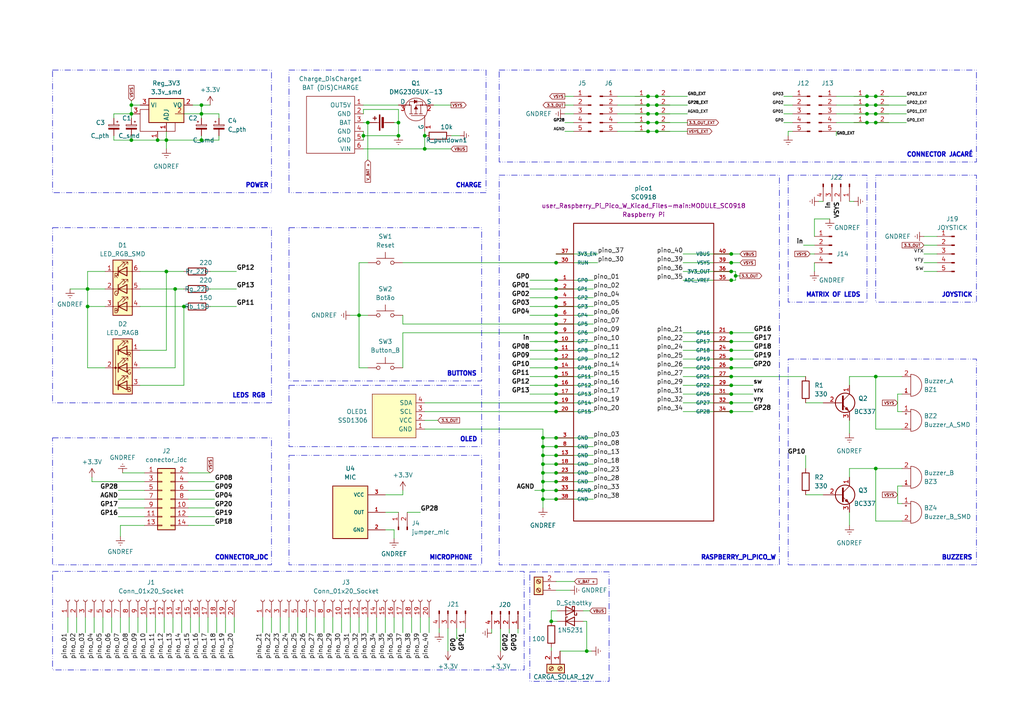
<source format=kicad_sch>
(kicad_sch (version 20231120) (generator "eeschema") (generator_version "8.0")
  (paper "A4")
  (title_block (title "BitDogLab_5.4") (date "2024-04-01") (company "Escola 4.0"))
  (junction (at 170.18 188.849))
  (junction (at 161.29 111.76))
  (junction (at 161.29 99.06))
  (junction (at 161.29 116.84))
  (junction (at 161.29 109.22))
  (junction (at 106.68 35.56))
  (junction (at 161.29 104.14))
  (junction (at 161.29 134.62))
  (junction (at 212.09 109.22))
  (junction (at 161.29 132.08))
  (junction (at 58.42 33.02))
  (junction (at 161.29 129.54))
  (junction (at 161.29 137.16))
  (junction (at 254 35.56))
  (junction (at 104.14 91.44))
  (junction (at 53.34 88.9))
  (junction (at 212.09 116.84))
  (junction (at 157.48 132.08))
  (junction (at 251.46 30.48))
  (junction (at 161.29 119.38))
  (junction (at 161.29 88.9))
  (junction (at 190.5 30.48))
  (junction (at 212.09 104.14))
  (junction (at 212.09 101.6))
  (junction (at 212.09 119.38))
  (junction (at 161.29 96.52))
  (junction (at 212.09 96.52))
  (junction (at 159.893 180.213))
  (junction (at 157.48 127))
  (junction (at 38.1 33.02))
  (junction (at 212.09 76.2))
  (junction (at 157.48 129.54))
  (junction (at 161.29 86.36))
  (junction (at 254 30.48))
  (junction (at 254 33.02))
  (junction (at 161.29 114.3))
  (junction (at 190.5 35.56))
  (junction (at 161.29 139.7))
  (junction (at 212.09 81.28))
  (junction (at 161.29 106.68))
  (junction (at 187.96 38.1))
  (junction (at 254 27.94))
  (junction (at 187.96 33.02))
  (junction (at 212.09 111.76))
  (junction (at 187.96 35.56))
  (junction (at 161.29 76.2))
  (junction (at 251.46 27.94))
  (junction (at 38.1 30.48))
  (junction (at 157.48 137.16))
  (junction (at 212.09 78.74))
  (junction (at 157.48 134.62))
  (junction (at 157.48 144.78))
  (junction (at 157.48 142.24))
  (junction (at 254 109.22))
  (junction (at 123.19 43.18))
  (junction (at 212.09 73.66))
  (junction (at 251.46 35.56))
  (junction (at 187.96 27.94))
  (junction (at 161.29 81.28))
  (junction (at 213.36 80.01))
  (junction (at 50.8 83.82))
  (junction (at 254 135.89))
  (junction (at 38.1 40.64))
  (junction (at 105.41 39.37))
  (junction (at 25.4 83.82))
  (junction (at 123.19 39.37))
  (junction (at 212.09 114.3))
  (junction (at 157.48 139.7))
  (junction (at 161.29 142.24))
  (junction (at 161.29 101.6))
  (junction (at 187.96 30.48))
  (junction (at 25.4 88.9))
  (junction (at 161.29 83.82))
  (junction (at 161.29 127))
  (junction (at 212.09 106.68))
  (junction (at 251.46 33.02))
  (junction (at 48.26 78.74))
  (junction (at 190.5 38.1))
  (junction (at 45.72 40.64))
  (junction (at 161.29 91.44))
  (junction (at 190.5 33.02))
  (junction (at 161.29 144.78))
  (junction (at 161.29 93.98))
  (junction (at 115.57 39.37))
  (junction (at 115.57 35.56))
  (junction (at 212.09 99.06))
  (junction (at 58.42 30.48))
  (junction (at 190.5 27.94))
  (junction (at 48.26 40.64))
  (junction (at 58.42 40.64))
  (wire (pts (xy 118.11 148.59) (xy 121.92 148.59)))
  (wire (pts (xy 254 109.22) (xy 261.62 109.22)))
  (wire (pts (xy 260.35 146.05) (xy 261.62 146.05)))
  (wire (pts (xy 161.29 76.2) (xy 173.355 76.2)))
  (wire (pts (xy 125.73 30.48) (xy 130.81 30.48)))
  (wire (pts (xy 260.35 119.38) (xy 261.62 119.38)))
  (wire (pts (xy 254 135.89) (xy 254 151.13)))
  (wire (pts (xy 116.84 179.07) (xy 116.84 183.515)))
  (wire (pts (xy 179.07 35.56) (xy 187.96 35.56)))
  (wire (pts (xy 212.09 96.52) (xy 218.567 96.52)))
  (wire (pts (xy 159.893 180.213) (xy 161.544 180.213)))
  (wire (pts (xy 198.12 111.76) (xy 212.09 111.76)))
  (wire (pts (xy 157.48 132.08) (xy 157.48 134.62)))
  (wire (pts (xy 153.67 111.76) (xy 161.29 111.76)))
  (wire (pts (xy 53.34 33.02) (xy 58.42 33.02)))
  (wire (pts (xy 179.07 33.02) (xy 187.96 33.02)))
  (wire (pts (xy 67.945 179.07) (xy 67.945 183.515)))
  (wire (pts (xy 198.12 104.14) (xy 212.09 104.14)))
  (wire (pts (xy 161.29 81.28) (xy 172.085 81.28)))
  (wire (pts (xy 242.57 35.56) (xy 251.46 35.56)))
  (wire (pts (xy 58.42 40.64) (xy 48.26 40.64)))
  (wire (pts (xy 111.76 153.67) (xy 114.3 153.67)))
  (wire (pts (xy 153.67 91.44) (xy 161.29 91.44)))
  (wire (pts (xy 153.67 99.06) (xy 161.29 99.06)))
  (wire (pts (xy 25.4 106.68) (xy 25.4 88.9)))
  (wire (pts (xy 105.41 38.1) (xy 105.41 39.37)))
  (wire (pts (xy 19.685 179.07) (xy 19.685 183.515)))
  (wire (pts (xy 169.164 177.165) (xy 171.069 177.165)))
  (wire (pts (xy 99.06 179.07) (xy 99.06 183.515)))
  (wire (pts (xy 123.19 121.92) (xy 127 121.92)))
  (wire (pts (xy 34.29 142.24) (xy 41.91 142.24)))
  (wire (pts (xy 27.305 179.07) (xy 27.305 183.515)))
  (wire (pts (xy 78.74 179.07) (xy 78.74 183.515)))
  (wire (pts (xy 38.1 30.48) (xy 38.1 33.02)))
  (wire (pts (xy 37.465 179.07) (xy 37.465 183.515)))
  (wire (pts (xy 233.68 143.51) (xy 238.76 143.51)))
  (wire (pts (xy 119.38 179.07) (xy 119.38 183.515)))
  (wire (pts (xy 29.845 179.07) (xy 29.845 183.515)))
  (wire (pts (xy 109.22 179.07) (xy 109.22 183.515)))
  (wire (pts (xy 25.4 83.82) (xy 30.48 83.82)))
  (wire (pts (xy 116.84 143.51) (xy 111.76 143.51)))
  (wire (pts (xy 105.41 39.37) (xy 115.57 39.37)))
  (wire (pts (xy 187.96 35.56) (xy 190.5 35.56)))
  (wire (pts (xy 271.78 73.66) (xy 267.97 73.66)))
  (wire (pts (xy 161.29 88.9) (xy 172.085 88.9)))
  (wire (pts (xy 190.5 27.94) (xy 199.39 27.94)))
  (wire (pts (xy 234.95 73.66) (xy 236.22 73.66)))
  (wire (pts (xy 233.68 132.08) (xy 233.68 135.89)))
  (wire (pts (xy 63.5 39.37) (xy 63.5 40.64)))
  (wire (pts (xy 153.67 114.3) (xy 161.29 114.3)))
  (wire (pts (xy 26.67 139.7) (xy 26.67 138.43)))
  (wire (pts (xy 104.14 76.2) (xy 104.14 91.44)))
  (wire (pts (xy 33.02 33.02) (xy 38.1 33.02)))
  (wire (pts (xy 157.48 129.54) (xy 157.48 132.08)))
  (wire (pts (xy 161.544 177.165) (xy 159.893 177.165)))
  (wire (pts (xy 76.2 179.07) (xy 76.2 183.515)))
  (wire (pts (xy 123.19 38.1) (xy 123.19 39.37)))
  (wire (pts (xy 161.29 129.54) (xy 157.48 129.54)))
  (wire (pts (xy 132.461 185.293) (xy 132.461 182.245)))
  (wire (pts (xy 161.29 101.6) (xy 172.085 101.6)))
  (wire (pts (xy 190.5 35.56) (xy 199.39 35.56)))
  (wire (pts (xy 101.6 91.44) (xy 104.14 91.44)))
  (wire (pts (xy 169.164 180.213) (xy 170.18 180.213)))
  (wire (pts (xy 157.48 124.46) (xy 157.48 127)))
  (wire (pts (xy 105.41 31.75) (xy 105.41 33.02)))
  (wire (pts (xy 161.29 144.78) (xy 172.085 144.78)))
  (wire (pts (xy 161.29 134.62) (xy 172.085 134.62)))
  (wire (pts (xy 54.61 147.32) (xy 62.23 147.32)))
  (wire (pts (xy 145.161 188.849) (xy 145.161 182.372)))
  (wire (pts (xy 161.29 132.08) (xy 157.48 132.08)))
  (wire (pts (xy 246.38 148.59) (xy 246.38 152.4)))
  (wire (pts (xy 50.165 179.07) (xy 50.165 183.515)))
  (wire (pts (xy 157.48 139.7) (xy 157.48 142.24)))
  (wire (pts (xy 150.241 183.642) (xy 150.241 182.372)))
  (wire (pts (xy 163.83 30.48) (xy 166.37 30.48)))
  (wire (pts (xy 52.705 179.07) (xy 52.705 183.515)))
  (wire (pts (xy 163.83 35.56) (xy 166.37 35.56)))
  (wire (pts (xy 162.433 188.849) (xy 170.18 188.849)))
  (wire (pts (xy 242.57 38.1) (xy 242.57 39.37)))
  (wire (pts (xy 116.84 142.24) (xy 116.84 143.51)))
  (wire (pts (xy 101.6 179.07) (xy 101.6 183.515)))
  (wire (pts (xy 161.29 137.16) (xy 157.48 137.16)))
  (wire (pts (xy 227.33 30.48) (xy 229.87 30.48)))
  (wire (pts (xy 40.64 78.74) (xy 48.26 78.74)))
  (wire (pts (xy 50.8 83.82) (xy 53.34 83.82)))
  (wire (pts (xy 30.48 78.74) (xy 25.4 78.74)))
  (wire (pts (xy 213.36 80.01) (xy 214.63 80.01)))
  (wire (pts (xy 114.3 179.07) (xy 114.3 183.515)))
  (wire (pts (xy 123.19 43.18) (xy 105.41 43.18)))
  (wire (pts (xy 251.46 27.94) (xy 254 27.94)))
  (wire (pts (xy 153.67 109.22) (xy 161.29 109.22)))
  (wire (pts (xy 24.765 179.07) (xy 24.765 183.515)))
  (wire (pts (xy 187.96 27.94) (xy 190.5 27.94)))
  (wire (pts (xy 227.33 33.02) (xy 229.87 33.02)))
  (wire (pts (xy 22.225 179.07) (xy 22.225 183.515)))
  (wire (pts (xy 161.29 127) (xy 172.085 127)))
  (wire (pts (xy 88.9 179.07) (xy 88.9 183.515)))
  (wire (pts (xy 271.78 68.58) (xy 267.97 68.58)))
  (wire (pts (xy 153.67 104.14) (xy 161.29 104.14)))
  (wire (pts (xy 161.29 106.68) (xy 172.085 106.68)))
  (wire (pts (xy 198.12 73.66) (xy 212.09 73.66)))
  (wire (pts (xy 132.588 184.912) (xy 132.588 185.293)))
  (wire (pts (xy 38.1 39.37) (xy 38.1 40.64)))
  (wire (pts (xy 198.12 114.3) (xy 212.09 114.3)))
  (wire (pts (xy 121.92 179.07) (xy 121.92 183.515)))
  (wire (pts (xy 163.83 38.1) (xy 166.37 38.1)))
  (wire (pts (xy 157.48 144.78) (xy 161.29 144.78)))
  (wire (pts (xy 212.09 101.6) (xy 218.567 101.6)))
  (wire (pts (xy 123.19 116.84) (xy 161.29 116.84)))
  (wire (pts (xy 233.045 71.12) (xy 236.22 71.12)))
  (wire (pts (xy 153.67 88.9) (xy 161.29 88.9)))
  (wire (pts (xy 228.6 38.1) (xy 229.87 38.1)))
  (wire (pts (xy 33.02 39.37) (xy 33.02 40.64)))
  (wire (pts (xy 242.57 33.02) (xy 251.46 33.02)))
  (wire (pts (xy 198.12 96.52) (xy 212.09 96.52)))
  (wire (pts (xy 212.09 73.66) (xy 214.63 73.66)))
  (wire (pts (xy 48.26 78.74) (xy 53.34 78.74)))
  (wire (pts (xy 40.64 83.82) (xy 50.8 83.82)))
  (wire (pts (xy 54.61 149.86) (xy 62.23 149.86)))
  (wire (pts (xy 213.36 81.28) (xy 213.36 80.01)))
  (wire (pts (xy 40.64 101.6) (xy 48.26 101.6)))
  (wire (pts (xy 246.38 121.92) (xy 246.38 125.73)))
  (wire (pts (xy 246.38 111.76) (xy 246.38 109.22)))
  (wire (pts (xy 246.38 135.89) (xy 254 135.89)))
  (wire (pts (xy 251.46 33.02) (xy 254 33.02)))
  (wire (pts (xy 40.64 111.76) (xy 53.34 111.76)))
  (wire (pts (xy 38.1 34.29) (xy 38.1 33.02)))
  (wire (pts (xy 161.29 111.76) (xy 172.085 111.76)))
  (wire (pts (xy 254 135.89) (xy 261.62 135.89)))
  (wire (pts (xy 212.09 119.38) (xy 218.44 119.38)))
  (wire (pts (xy 198.12 81.28) (xy 212.09 81.28)))
  (wire (pts (xy 198.12 101.6) (xy 212.09 101.6)))
  (wire (pts (xy 105.41 39.37) (xy 105.41 40.64)))
  (wire (pts (xy 163.83 33.02) (xy 166.37 33.02)))
  (wire (pts (xy 170.18 180.213) (xy 170.18 188.849)))
  (wire (pts (xy 63.5 33.02) (xy 58.42 33.02)))
  (wire (pts (xy 161.29 99.06) (xy 172.085 99.06)))
  (wire (pts (xy 161.29 137.16) (xy 172.085 137.16)))
  (wire (pts (xy 96.52 179.07) (xy 96.52 183.515)))
  (wire (pts (xy 157.48 134.62) (xy 157.48 137.16)))
  (wire (pts (xy 161.29 132.08) (xy 172.085 132.08)))
  (wire (pts (xy 159.893 187.833) (xy 159.893 188.849)))
  (wire (pts (xy 30.48 88.9) (xy 25.4 88.9)))
  (wire (pts (xy 127.381 183.515) (xy 127.381 182.245)))
  (wire (pts (xy 50.8 83.82) (xy 50.8 106.68)))
  (wire (pts (xy 198.12 78.74) (xy 212.09 78.74)))
  (wire (pts (xy 179.07 30.48) (xy 187.96 30.48)))
  (wire (pts (xy 227.33 27.94) (xy 229.87 27.94)))
  (wire (pts (xy 261.62 114.3) (xy 260.35 114.3)))
  (wire (pts (xy 93.98 179.07) (xy 93.98 183.515)))
  (wire (pts (xy 161.29 73.66) (xy 173.355 73.66)))
  (wire (pts (xy 260.35 140.97) (xy 260.35 146.05)))
  (wire (pts (xy 55.245 179.07) (xy 55.245 183.515)))
  (wire (pts (xy 25.4 88.9) (xy 25.4 83.82)))
  (wire (pts (xy 157.48 142.24) (xy 157.48 144.78)))
  (wire (pts (xy 198.12 106.68) (xy 212.09 106.68)))
  (wire (pts (xy 161.29 119.38) (xy 172.085 119.38)))
  (wire (pts (xy 163.83 27.94) (xy 166.37 27.94)))
  (wire (pts (xy 34.925 179.07) (xy 34.925 183.515)))
  (wire (pts (xy 106.68 179.07) (xy 106.68 183.515)))
  (wire (pts (xy 58.42 34.29) (xy 58.42 33.02)))
  (wire (pts (xy 254 33.02) (xy 262.89 33.02)))
  (wire (pts (xy 254 27.94) (xy 262.89 27.94)))
  (wire (pts (xy 104.14 179.07) (xy 104.14 183.515)))
  (wire (pts (xy 161.29 116.84) (xy 172.085 116.84)))
  (wire (pts (xy 86.36 179.07) (xy 86.36 183.515)))
  (wire (pts (xy 54.61 152.4) (xy 62.23 152.4)))
  (wire (pts (xy 198.12 116.84) (xy 212.09 116.84)))
  (wire (pts (xy 60.325 179.07) (xy 60.325 183.515)))
  (wire (pts (xy 159.893 177.165) (xy 159.893 180.213)))
  (wire (pts (xy 123.19 43.18) (xy 130.81 43.18)))
  (wire (pts (xy 123.19 119.38) (xy 161.29 119.38)))
  (wire (pts (xy 48.26 38.1) (xy 48.26 40.64)))
  (wire (pts (xy 132.588 185.293) (xy 132.461 185.293)))
  (wire (pts (xy 38.1 29.21) (xy 38.1 30.48)))
  (wire (pts (xy 129.921 182.245) (xy 129.921 188.849)))
  (wire (pts (xy 161.29 171.196) (xy 165.354 171.196)))
  (wire (pts (xy 34.925 152.4) (xy 41.91 152.4)))
  (wire (pts (xy 58.42 39.37) (xy 58.42 40.64)))
  (wire (pts (xy 254 151.13) (xy 261.62 151.13)))
  (wire (pts (xy 179.07 38.1) (xy 187.96 38.1)))
  (wire (pts (xy 33.02 40.64) (xy 38.1 40.64)))
  (wire (pts (xy 34.29 144.78) (xy 41.91 144.78)))
  (wire (pts (xy 161.29 139.7) (xy 172.085 139.7)))
  (wire (pts (xy 198.12 119.38) (xy 212.09 119.38)))
  (wire (pts (xy 179.07 27.94) (xy 187.96 27.94)))
  (wire (pts (xy 166.624 168.656) (xy 161.29 168.656)))
  (wire (pts (xy 63.5 34.29) (xy 63.5 33.02)))
  (wire (pts (xy 38.1 40.64) (xy 45.72 40.64)))
  (wire (pts (xy 111.76 179.07) (xy 111.76 183.515)))
  (wire (pts (xy 157.48 127) (xy 157.48 129.54)))
  (wire (pts (xy 26.67 139.7) (xy 41.91 139.7)))
  (wire (pts (xy 115.57 31.75) (xy 115.57 35.56)))
  (wire (pts (xy 187.96 30.48) (xy 190.5 30.48)))
  (wire (pts (xy 32.385 179.07) (xy 32.385 183.515)))
  (wire (pts (xy 271.78 76.2) (xy 267.97 76.2)))
  (wire (pts (xy 147.701 183.642) (xy 147.701 182.372)))
  (wire (pts (xy 54.61 139.7) (xy 62.23 139.7)))
  (wire (pts (xy 25.4 78.74) (xy 25.4 83.82)))
  (wire (pts (xy 123.19 39.37) (xy 123.19 43.18)))
  (wire (pts (xy 212.09 76.2) (xy 214.63 76.2)))
  (wire (pts (xy 40.64 88.9) (xy 53.34 88.9)))
  (wire (pts (xy 130.81 39.37) (xy 133.35 39.37)))
  (wire (pts (xy 190.5 33.02) (xy 199.39 33.02)))
  (wire (pts (xy 237.49 58.42) (xy 238.76 58.42)))
  (wire (pts (xy 227.33 35.56) (xy 229.87 35.56)))
  (wire (pts (xy 48.26 40.64) (xy 48.26 43.18)))
  (wire (pts (xy 47.625 179.07) (xy 47.625 183.515)))
  (wire (pts (xy 33.02 34.29) (xy 33.02 33.02)))
  (wire (pts (xy 161.29 96.52) (xy 172.085 96.52)))
  (wire (pts (xy 60.96 88.9) (xy 68.58 88.9)))
  (wire (pts (xy 65.405 179.07) (xy 65.405 183.515)))
  (wire (pts (xy 157.48 137.16) (xy 157.48 139.7)))
  (wire (pts (xy 155.067 142.24) (xy 157.48 142.24)))
  (wire (pts (xy 63.5 40.64) (xy 58.42 40.64)))
  (wire (pts (xy 153.67 83.82) (xy 161.29 83.82)))
  (wire (pts (xy 34.925 152.4) (xy 34.925 155.575)))
  (wire (pts (xy 58.42 30.48) (xy 60.96 30.48)))
  (wire (pts (xy 116.84 76.2) (xy 161.29 76.2)))
  (wire (pts (xy 54.61 142.24) (xy 62.23 142.24)))
  (wire (pts (xy 157.48 142.24) (xy 161.29 142.24)))
  (wire (pts (xy 271.78 71.12) (xy 267.97 71.12)))
  (wire (pts (xy 246.38 58.42) (xy 247.65 58.42)))
  (wire (pts (xy 135.001 183.515) (xy 135.001 182.245)))
  (wire (pts (xy 20.32 83.82) (xy 25.4 83.82)))
  (wire (pts (xy 187.96 38.1) (xy 190.5 38.1)))
  (wire (pts (xy 111.76 148.59) (xy 115.57 148.59)))
  (wire (pts (xy 190.5 30.48) (xy 199.39 30.48)))
  (wire (pts (xy 246.38 138.43) (xy 246.38 135.89)))
  (wire (pts (xy 30.48 106.68) (xy 25.4 106.68)))
  (wire (pts (xy 198.12 76.2) (xy 212.09 76.2)))
  (wire (pts (xy 106.68 35.56) (xy 106.68 46.355)))
  (wire (pts (xy 212.09 99.06) (xy 218.567 99.06)))
  (wire (pts (xy 213.36 80.01) (xy 213.36 78.74)))
  (wire (pts (xy 161.29 109.22) (xy 172.085 109.22)))
  (wire (pts (xy 45.72 40.64) (xy 48.26 40.64)))
  (wire (pts (xy 254 35.56) (xy 262.89 35.56)))
  (wire (pts (xy 212.09 109.22) (xy 233.68 109.22)))
  (wire (pts (xy 161.29 104.14) (xy 172.085 104.14)))
  (wire (pts (xy 83.82 179.07) (xy 83.82 183.515)))
  (wire (pts (xy 153.67 106.68) (xy 161.29 106.68)))
  (wire (pts (xy 212.09 81.28) (xy 213.36 81.28)))
  (wire (pts (xy 254 124.46) (xy 254 109.22)))
  (wire (pts (xy 251.46 30.48) (xy 254 30.48)))
  (wire (pts (xy 91.44 179.07) (xy 91.44 183.515)))
  (wire (pts (xy 161.29 134.62) (xy 157.48 134.62)))
  (wire (pts (xy 260.35 114.3) (xy 260.35 119.38)))
  (wire (pts (xy 242.57 27.94) (xy 251.46 27.94)))
  (wire (pts (xy 45.085 179.07) (xy 45.085 183.515)))
  (wire (pts (xy 251.46 35.56) (xy 254 35.56)))
  (wire (pts (xy 161.29 129.54) (xy 172.085 129.54)))
  (wire (pts (xy 54.61 144.78) (xy 62.23 144.78)))
  (wire (pts (xy 105.41 30.48) (xy 115.57 30.48)))
  (wire (pts (xy 105.41 31.75) (xy 115.57 31.75)))
  (wire (pts (xy 161.29 142.24) (xy 172.085 142.24)))
  (wire (pts (xy 34.29 149.86) (xy 41.91 149.86)))
  (wire (pts (xy 261.62 140.97) (xy 260.35 140.97)))
  (wire (pts (xy 212.09 78.74) (xy 213.36 78.74)))
  (wire (pts (xy 40.64 106.68) (xy 50.8 106.68)))
  (wire (pts (xy 261.62 124.46) (xy 254 124.46)))
  (wire (pts (xy 212.09 116.84) (xy 218.44 116.84)))
  (wire (pts (xy 106.68 106.68) (xy 104.14 106.68)))
  (wire (pts (xy 236.22 76.2) (xy 236.22 78.74)))
  (wire (pts (xy 212.09 114.3) (xy 218.44 114.3)))
  (wire (pts (xy 114.3 35.56) (xy 115.57 35.56)))
  (wire (pts (xy 104.14 91.44) (xy 106.68 91.44)))
  (wire (pts (xy 246.38 109.22) (xy 254 109.22)))
  (wire (pts (xy 212.09 106.68) (xy 218.44 106.68)))
  (wire (pts (xy 212.09 104.14) (xy 218.567 104.14)))
  (wire (pts (xy 104.14 91.44) (xy 104.14 106.68)))
  (wire (pts (xy 48.26 78.74) (xy 48.26 101.6)))
  (wire (pts (xy 161.29 86.36) (xy 172.085 86.36)))
  (wire (pts (xy 161.29 139.7) (xy 157.48 139.7)))
  (wire (pts (xy 142.621 183.642) (xy 142.621 182.372)))
  (wire (pts (xy 198.12 99.06) (xy 212.09 99.06)))
  (wire (pts (xy 236.22 63.5) (xy 240.665 63.5)))
  (wire (pts (xy 161.29 127) (xy 157.48 127)))
  (wire (pts (xy 170.18 188.849) (xy 171.577 188.849)))
  (wire (pts (xy 53.34 88.9) (xy 53.34 111.76)))
  (wire (pts (xy 35.56 137.16) (xy 41.91 137.16)))
  (wire (pts (xy 38.1 30.48) (xy 40.64 30.48)))
  (wire (pts (xy 60.96 78.74) (xy 68.58 78.74)))
  (wire (pts (xy 34.29 147.32) (xy 41.91 147.32)))
  (wire (pts (xy 228.6 39.37) (xy 228.6 38.1)))
  (wire (pts (xy 161.29 91.44) (xy 172.085 91.44)))
  (wire (pts (xy 233.68 116.84) (xy 238.76 116.84)))
  (wire (pts (xy 58.42 30.48) (xy 58.42 33.02)))
  (wire (pts (xy 198.12 109.22) (xy 212.09 109.22)))
  (wire (pts (xy 116.84 91.44) (xy 116.84 93.98)))
  (wire (pts (xy 114.3 153.67) (xy 114.3 156.21)))
  (wire (pts (xy 40.005 179.07) (xy 40.005 183.515)))
  (wire (pts (xy 190.5 38.1) (xy 199.39 38.1)))
  (wire (pts (xy 105.41 35.56) (xy 106.68 35.56)))
  (wire (pts (xy 254 30.48) (xy 262.89 30.48)))
  (wire (pts (xy 242.57 30.48) (xy 251.46 30.48)))
  (wire (pts (xy 81.28 179.07) (xy 81.28 183.515)))
  (wire (pts (xy 212.09 111.76) (xy 218.44 111.76)))
  (wire (pts (xy 153.67 81.28) (xy 161.29 81.28)))
  (wire (pts (xy 54.61 137.16) (xy 60.96 137.16)))
  (wire (pts (xy 161.29 83.82) (xy 172.085 83.82)))
  (wire (pts (xy 116.84 96.52) (xy 161.29 96.52)))
  (wire (pts (xy 236.22 68.58) (xy 236.22 63.5)))
  (wire (pts (xy 153.67 101.6) (xy 161.29 101.6)))
  (wire (pts (xy 106.68 76.2) (xy 104.14 76.2)))
  (wire (pts (xy 116.84 93.98) (xy 161.29 93.98)))
  (wire (pts (xy 62.865 179.07) (xy 62.865 183.515)))
  (wire (pts (xy 116.84 106.68) (xy 116.84 96.52)))
  (wire (pts (xy 157.48 147.32) (xy 157.48 144.78)))
  (wire (pts (xy 60.96 83.82) (xy 68.58 83.82)))
  (wire (pts (xy 42.545 179.07) (xy 42.545 183.515)))
  (wire (pts (xy 55.88 30.48) (xy 58.42 30.48)))
  (wire (pts (xy 271.78 78.74) (xy 267.97 78.74)))
  (wire (pts (xy 123.19 124.46) (xy 157.48 124.46)))
  (wire (pts (xy 153.67 86.36) (xy 161.29 86.36)))
  (wire (pts (xy 187.96 33.02) (xy 190.5 33.02)))
  (wire (pts (xy 161.29 114.3) (xy 172.085 114.3)))
  (wire (pts (xy 115.57 35.56) (xy 115.57 39.37)))
  (wire (pts (xy 57.785 179.07) (xy 57.785 183.515)))
  (wire (pts (xy 161.29 93.98) (xy 172.085 93.98)))
  (wire (pts (xy 124.46 179.07) (xy 124.46 183.515)))
  (rectangle (start 15.24 165.735) (end 152.019 194.31) (stroke (width 0) (type dash_dot_dot)))
  (rectangle (start 83.82 66.04) (end 139.7 110.49) (stroke (width 0) (type dash_dot_dot)))
  (rectangle (start 15.24 127) (end 78.74 163.83) (stroke (width 0) (type dash_dot_dot)))
  (rectangle (start 254 50.8) (end 283.21 87.63) (stroke (width 0) (type dash_dot_dot)))
  (rectangle (start 83.82 20.32) (end 140.97 55.88) (stroke (width 0) (type dash_dot_dot)))
  (rectangle (start 83.82 132.08) (end 139.7 163.83) (stroke (width 0) (type dash_dot_dot)))
  (rectangle (start 228.6 104.14) (end 283.21 163.83) (stroke (width 0) (type dash_dot_dot)))
  (rectangle (start 15.24 20.32) (end 78.74 55.88) (stroke (width 0) (type dash_dot_dot)))
  (rectangle (start 144.78 50.8) (end 226.06 163.83) (stroke (width 0) (type dash_dot_dot)))
  (rectangle (start 228.6 50.8) (end 251.46 87.63) (stroke (width 0) (type dash_dot_dot)))
  (rectangle (start 15.24 66.04) (end 78.74 116.84) (stroke (width 0) (type dash_dot_dot)))
  (rectangle (start 83.82 111.76) (end 139.7 129.54) (stroke (width 0) (type dash_dot_dot)))
  (rectangle (start 153.67 165.862) (end 176.657 197.612) (stroke (width 0) (type dash_dot_dot)))
  (rectangle (start 144.78 20.32) (end 283.21 46.99) (stroke (width 0) (type dash_dot_dot)))
  (text "POWER" (at 71.12 54.61 0) (effects (font (size 1.27 1.27) (thickness 0.508) (bold yes)) (justify left bottom)))
  (text "OLED" (at 133.35 128.27 0) (effects (font (size 1.27 1.27) (thickness 0.508) (bold yes)) (justify left bottom)))
  (text "BUZZERS" (at 273.05 162.56 0) (effects (font (size 1.27 1.27) (thickness 0.508) (bold yes)) (justify left bottom)))
  (text "LEDS RGB" (at 67.31 115.57 0) (effects (font (size 1.27 1.27) (thickness 0.508) (bold yes)) (justify left bottom)))
  (text "BUTTONS" (at 129.54 109.22 0) (effects (font (size 1.27 1.27) (thickness 0.508) (bold yes)) (justify left bottom)))
  (text "MICROPHONE" (at 124.46 162.56 0) (effects (font (size 1.27 1.27) (thickness 0.508) (bold yes)) (justify left bottom)))
  (text "CONNECTOR_IDC" (at 62.23 162.56 0) (effects (font (size 1.27 1.27) (thickness 0.508) (bold yes)) (justify left bottom)))
  (text "CONNECTOR JACARÉ" (at 262.89 45.72 0) (effects (font (size 1.27 1.27) (thickness 0.508) (bold yes)) (justify left bottom)))
  (text "CHARGE\n" (at 132.08 54.61 0) (effects (font (size 1.27 1.27) (thickness 0.508) (bold yes)) (justify left bottom)))
  (text "MATRIX OF LEDS" (at 233.68 86.36 0) (effects (font (size 1.27 1.27) (thickness 0.508) (bold yes)) (justify left bottom)))
  (text "RASPBERRY_PI_PICO_W" (at 203.2 162.56 0) (effects (font (size 1.27 1.27) (thickness 0.508) (bold yes)) (justify left bottom)))
  (text "JOYSTICK" (at 273.05 86.36 0) (effects (font (size 1.27 1.27) (thickness 0.508) (bold yes)) (justify left bottom)))
  (label "pino_18" (at 62.865 183.515 270))
  (label "pino_01" (at 172.085 81.28 0))
  (label "pino_25" (at 86.36 183.515 270))
  (label "GP13" (at 153.67 114.3 180) (effects (font (bold yes))))
  (label "GP0" (at 132.588 184.912 270) (effects (font (bold yes))))
  (label "GP16" (at 218.567 96.52 0) (effects (font (bold yes))))
  (label "pino_18" (at 172.085 134.62 0))
  (label "pino_34" (at 109.22 183.515 270))
  (label "pino_40" (at 124.46 183.515 270))
  (label "pino_27" (at 198.12 109.22 180))
  (label "GP02" (at 153.67 86.36 180) (effects (font (bold yes))))
  (label "in" (at 153.67 99.06 180) (effects (font (thickness 0.254) (bold yes))))
  (label "pino_24" (at 198.12 101.6 180))
  (label "pino_23" (at 172.085 137.16 0))
  (label "in" (at 233.045 71.12 180) (effects (font (thickness 0.254) (bold yes))))
  (label "pino_10" (at 42.545 183.515 270))
  (label "vry" (at 218.44 116.84 0) (effects (font (thickness 0.254) (bold yes))))
  (label "GP03" (at 150.241 183.642 270) (effects (font (bold yes))))
  (label "GP01" (at 135.001 183.515 270) (effects (font (bold yes))))
  (label "pino_14" (at 172.085 106.68 0))
  (label "pino_21" (at 76.2 183.515 270))
  (label "vrx" (at 218.44 114.3 0) (effects (font (thickness 0.254) (bold yes))))
  (label "pino_29" (at 198.12 111.76 180))
  (label "pino_09" (at 40.005 183.515 270))
  (label "pino_35" (at 111.76 183.515 270))
  (label "GND_EXT" (at 199.39 27.94 0) (effects (font (size 0.8 0.8) (thickness 0.254) (bold yes))))
  (label "GP10" (at 153.67 106.68 180) (effects (font (bold yes))))
  (label "pino_07" (at 172.085 93.98 0))
  (label "GP01_EXT" (at 262.89 33.02 0) (effects (font (size 0.8 0.8) (bold yes))))
  (label "pino_32" (at 104.14 183.515 270))
  (label "GP09" (at 62.23 142.24 0) (effects (font (thickness 0.254) (bold yes))))
  (label "GP12" (at 68.58 78.74 0) (effects (font (bold yes))))
  (label "GP08" (at 153.67 101.6 180) (effects (font (bold yes))))
  (label "GP01" (at 227.33 33.02 180) (effects (font (size 0.8 0.8) (bold yes))))
  (label "pino_33" (at 106.68 183.515 270))
  (label "pino_38" (at 172.085 144.78 0))
  (label "GP10" (at 233.68 132.08 180) (effects (font (bold yes))))
  (label "pino_07" (at 34.925 183.515 270))
  (label "pino_38" (at 119.38 183.515 270))
  (label "sw" (at 218.44 111.76 0) (effects (font (thickness 0.254) (bold yes))))
  (label "pino_08" (at 37.465 183.515 270))
  (label "pino_40" (at 198.12 73.66 180))
  (label "GP04" (at 153.67 91.44 180) (effects (font (bold yes))))
  (label "pino_06" (at 172.085 91.44 0))
  (label "pino_21" (at 198.12 96.52 180))
  (label "pino_30" (at 173.355 76.2 0))
  (label "GP28" (at 218.44 119.38 0) (effects (font (thickness 0.254) (bold yes))))
  (label "GP18" (at 218.567 101.6 0) (effects (font (bold yes))))
  (label "pino_35" (at 198.12 81.28 180))
  (label "pino_26" (at 88.9 183.515 270))
  (label "pino_31" (at 198.12 114.3 180))
  (label "GP11" (at 153.67 109.22 180) (effects (font (bold yes))))
  (label "AGND" (at 155.067 142.24 180) (effects (font (bold yes))))
  (label "GP03" (at 227.33 27.94 180) (effects (font (size 0.8 0.8) (bold yes))))
  (label "GP04" (at 62.23 144.78 0) (effects (font (bold yes))))
  (label "GP02" (at 147.701 183.642 270) (effects (font (bold yes))))
  (label "sw" (at 267.97 78.74 180))
  (label "pino_36" (at 114.3 183.515 270))
  (label "pino_19" (at 172.085 116.84 0))
  (label "pino_05" (at 172.085 88.9 0))
  (label "pino_11" (at 172.085 101.6 0))
  (label "pino_05" (at 29.845 183.515 270))
  (label "pino_28" (at 93.98 183.515 270))
  (label "GP20" (at 62.23 147.32 0) (effects (font (thickness 0.254) (bold yes))))
  (label "GP0_EXT" (at 262.89 35.56 0) (effects (font (size 0.8 0.8) (bold yes))))
  (label "pino_29" (at 96.52 183.515 270))
  (label "GP28" (at 163.83 35.56 180) (effects (font (size 0.8 0.8) (thickness 0.254) (bold yes))))
  (label "pino_02" (at 172.085 83.82 0))
  (label "VSYS" (at 243.84 58.42 270) (effects (font (bold yes))))
  (label "GP02_EXT" (at 262.89 30.48 0) (effects (font (size 0.8 0.8) (bold yes))))
  (label "pino_16" (at 172.085 111.76 0))
  (label "GP19" (at 62.23 149.86 0) (effects (font (bold yes))))
  (label "pino_16" (at 57.785 183.515 270))
  (label "pino_14" (at 52.705 183.515 270))
  (label "GP12" (at 153.67 111.76 180) (effects (font (bold yes))))
  (label "pino_31" (at 101.6 183.515 270))
  (label "GP09" (at 153.67 104.14 180) (effects (font (thickness 0.254) (bold yes))))
  (label "GP08" (at 62.23 139.7 0) (effects (font (bold yes))))
  (label "GP16" (at 34.29 149.86 180) (effects (font (bold yes))))
  (label "pino_20" (at 67.945 183.515 270))
  (label "pino_24" (at 83.82 183.515 270))
  (label "pino_39" (at 198.12 76.2 180))
  (label "GP13" (at 68.58 83.82 0) (effects (font (bold yes))))
  (label "pino_37" (at 173.355 73.66 0))
  (label "pino_12" (at 47.625 183.515 270))
  (label "pino_28" (at 172.085 139.7 0))
  (label "GP0" (at 227.33 35.56 180) (effects (font (size 0.8 0.8) (bold yes))))
  (label "pino_03" (at 24.765 183.515 270))
  (label "in" (at 241.3 58.42 270) (effects (font (bold yes))))
  (label "pino_04" (at 172.085 86.36 0))
  (label "pino_30" (at 99.06 183.515 270))
  (label "pino_09" (at 172.085 96.52 0))
  (label "pino_04" (at 27.305 183.515 270))
  (label "pino_19" (at 65.405 183.515 270))
  (label "pino_26" (at 198.12 106.68 180))
  (label "GP17" (at 218.567 99.06 0) (effects (font (bold yes))))
  (label "pino_17" (at 172.085 114.3 0))
  (label "GND_EXT" (at 242.57 39.37 0) (effects (font (size 0.8 0.8) (thickness 0.254) (bold yes))))
  (label "GP28_EXT" (at 199.39 30.48 0) (effects (font (size 0.8 0.8) (thickness 0.254) (bold yes))))
  (label "GP19" (at 218.567 104.14 0) (effects (font (bold yes))))
  (label "pino_37" (at 116.84 183.515 270))
  (label "GP0" (at 153.67 81.28 180) (effects (font (bold yes))))
  (label "GP03" (at 153.67 88.9 180) (effects (font (bold yes))))
  (label "GP02" (at 227.33 30.48 180) (effects (font (size 0.8 0.8) (bold yes))))
  (label "AGND_EXT" (at 199.39 33.02 0) (effects (font (size 0.8 0.8) (bold yes))))
  (label "pino_11" (at 45.085 183.515 270))
  (label "pino_12" (at 172.085 104.14 0))
  (label "GP28" (at 34.29 142.24 180) (effects (font (thickness 0.254) (bold yes))))
  (label "pino_22" (at 198.12 99.06 180))
  (label "pino_08" (at 172.085 129.54 0))
  (label "GP18" (at 62.23 152.4 0) (effects (font (bold yes))))
  (label "pino_33" (at 172.085 142.24 0))
  (label "pino_22" (at 78.74 183.515 270))
  (label "GP01" (at 153.67 83.82 180) (effects (font (bold yes))))
  (label "pino_25" (at 198.12 104.14 180))
  (label "GP11" (at 68.58 88.9 0) (effects (font (bold yes))))
  (label "pino_17" (at 60.325 183.515 270))
  (label "vry" (at 267.97 76.2 180))
  (label "pino_34" (at 198.12 119.38 180))
  (label "pino_15" (at 172.085 109.22 0))
  (label "pino_03" (at 172.085 127 0))
  (label "pino_01" (at 19.685 183.515 270))
  (label "GP03_EXT" (at 262.89 27.94 0) (effects (font (size 0.8 0.8) (bold yes))))
  (label "pino_13" (at 50.165 183.515 270))
  (label "pino_13" (at 172.085 132.08 0))
  (label "pino_15" (at 55.245 183.515 270))
  (label "pino_39" (at 121.92 183.515 270))
  (label "GP17" (at 34.29 147.32 180) (effects (font (bold yes))))
  (label "pino_20" (at 172.085 119.38 0))
  (label "pino_02" (at 22.225 183.515 270))
  (label "AGND" (at 163.83 38.1 180) (effects (font (size 0.8 0.8) (bold yes))))
  (label "GP20" (at 218.44 106.68 0) (effects (font (thickness 0.254) (bold yes))))
  (label "vrx" (at 267.97 73.66 180))
  (label "AGND" (at 34.29 144.78 180) (effects (font (bold yes))))
  (label "pino_10" (at 172.085 99.06 0))
  (label "GP28" (at 121.92 148.59 0) (effects (font (thickness 0.254) (bold yes))))
  (label "pino_06" (at 32.385 183.515 270))
  (label "pino_36" (at 198.12 78.74 180))
  (label "pino_27" (at 91.44 183.515 270))
  (label "pino_23" (at 81.28 183.515 270))
  (label "pino_32" (at 198.12 116.84 180))
  (global_label "3.3_OUT" (shape output) (at 163.83 30.48 180) (effects (font (size 0.8 0.8))) (property "Intersheetrefs" "${INTERSHEET_REFS}" (effects (hide yes))))
  (global_label "VSYS" (shape input) (at 60.96 137.16 90) (effects (font (size 0.8 0.8))) (property "Intersheetrefs" "${INTERSHEET_REFS}" (effects (hide yes))))
  (global_label "VSYS" (shape input) (at 260.35 116.84 180) (effects (font (size 0.8 0.8))) (property "Intersheetrefs" "${INTERSHEET_REFS}" (effects (hide yes))))
  (global_label "V_BAT +" (shape input) (at 106.68 46.355 270) (effects (font (size 0.8 0.8))) (property "Intersheetrefs" "${INTERSHEET_REFS}" (effects (hide yes))))
  (global_label "VSYS_EXT" (shape output) (at 199.39 38.1 0) (effects (font (size 0.8 0.8))) (property "Intersheetrefs" "${INTERSHEET_REFS}" (effects (hide yes))))
  (global_label "VBUS" (shape input) (at 171.069 177.165 0) (effects (font (size 0.8 0.8))) (property "Intersheetrefs" "${INTERSHEET_REFS}" (effects (hide yes))))
  (global_label "3.3_OUT_EXT" (shape output) (at 199.39 35.56 0) (effects (font (size 0.8 0.8))) (property "Intersheetrefs" "${INTERSHEET_REFS}" (effects (hide yes))))
  (global_label "VSYS" (shape input) (at 38.1 29.21 90) (effects (font (size 0.8 0.8))) (property "Intersheetrefs" "${INTERSHEET_REFS}" (effects (hide yes))))
  (global_label "VSYS" (shape output) (at 163.83 27.94 180) (effects (font (size 0.8 0.8))) (property "Intersheetrefs" "${INTERSHEET_REFS}" (effects (hide yes))))
  (global_label "VSYS" (shape input) (at 260.35 143.51 180) (effects (font (size 0.8 0.8))) (property "Intersheetrefs" "${INTERSHEET_REFS}" (effects (hide yes))))
  (global_label "VBUS" (shape input) (at 214.63 73.66 0) (effects (font (size 0.8 0.8))) (property "Intersheetrefs" "${INTERSHEET_REFS}" (effects (hide yes))))
  (global_label "VSYS" (shape input) (at 234.95 73.66 180) (effects (font (size 0.8 0.8))) (property "Intersheetrefs" "${INTERSHEET_REFS}" (effects (hide yes))))
  (global_label "VSYS" (shape input) (at 214.63 76.2 0) (effects (font (size 0.8 0.8))) (property "Intersheetrefs" "${INTERSHEET_REFS}" (effects (hide yes))))
  (global_label "3.3_OUT" (shape input) (at 127 121.92 0) (effects (font (size 0.8 0.8))) (property "Intersheetrefs" "${INTERSHEET_REFS}" (effects (hide yes))))
  (global_label "VSYS" (shape output) (at 130.81 30.48 0) (effects (font (size 0.8 0.8))) (property "Intersheetrefs" "${INTERSHEET_REFS}" (effects (hide yes))))
  (global_label "VBUS" (shape input) (at 130.81 43.18 0) (effects (font (size 0.8 0.8))) (property "Intersheetrefs" "${INTERSHEET_REFS}" (effects (hide yes))))
  (global_label "V_BAT +" (shape input) (at 166.624 168.656 0) (effects (font (size 0.8 0.8))) (property "Intersheetrefs" "${INTERSHEET_REFS}" (effects (hide yes))))
  (global_label "3.3_OUT" (shape output) (at 214.63 80.01 0) (effects (font (size 0.8 0.8))) (property "Intersheetrefs" "${INTERSHEET_REFS}" (effects (hide yes))))
  (global_label "3.3_OUT" (shape input) (at 267.97 71.12 180) (effects (font (size 0.8 0.8))) (property "Intersheetrefs" "${INTERSHEET_REFS}" (effects (hide yes))))
  (symbol (lib_id "power:GNDREF") (at 34.925 155.575 0) (unit 1)
    (property "Reference" "#PWR03" (effects (hide yes)))
    (property "Value" "GNDREF" (at 34.925 160.02 0))
  )
  (symbol (lib_id "Device:R") (at 233.68 113.03 0) (unit 1)
    (property "Reference" "R1" (at 236.22 111.76 0) (effects (justify left)))
    (property "Value" "330" (at 236.22 114.3 0) (effects (justify left)))
    (property "Footprint" "Resistor_THT:R_Axial_DIN0207_L6.3mm_D2.5mm_P7.62mm_Horizontal" (effects (hide yes)))
  )
  (symbol (lib_id "power:GNDREF") (at 35.56 137.16 180) (unit 1)
    (property "Reference" "#PWR04" (effects (hide yes)))
    (property "Value" "GNDREF" (at 35.56 132.715 0))
  )
  (symbol (lib_id "power:+3.3V") (at 116.84 142.24 0) (unit 1)
    (property "Reference" "#PWR010" (effects (hide yes)))
    (property "Value" "+3.3V" (at 116.84 137.795 0))
  )
  (symbol (lib_id "Device:LED_RKBG") (at 35.56 106.68 0) (unit 1)
    (property "Reference" "D2" (at 35.56 93.98 0))
    (property "Value" "LED_RAGB" (at 35.56 96.52 0))
    (property "Footprint" "LED_THT:LED_D5.0mm-4_RGB_Wide_Pins" (effects (hide yes)))
  )
  (symbol (lib_id "Connector_custom:Conn_01x02") (at 189.23 26.67 0) (unit 1)
    (property "Reference" "J9" (effects (hide yes)))
    (property "Value" "GND" (effects (hide yes)))
    (property "Footprint" "Connector_Wire:SolderWire-2sqmm_1x02_P7.8mm_D2mm_OD3.9mm" (effects (hide yes)))
  )
  (symbol (lib_id "Device:C_Polarized_Small") (at 33.02 36.83 0) (mirror y) (unit 1)
    (property "Reference" "C3" (at 30.48 35.56 0) (effects (justify left)))
    (property "Value" "C_pth" (at 31.75 39.37 0) (effects (justify left)))
    (property "Footprint" "Capacitor_THT:CP_Radial_D5.0mm_P2.50mm" (effects (hide yes)))
  )
  (symbol (lib_id "Raspberry_Pi_Pico_W_SC0918:DMG2305UX-13") (at 120.65 30.48 90) (unit 1)
    (property "Reference" "Q1" (at 120.65 24.13 90))
    (property "Value" "DMG2305UX-13" (at 120.65 26.67 90))
    (property "Footprint" "Package_TO_SOT_SMD:SOT-23-3" (effects (hide yes)))
    (property "Datasheet" "https://www.diodes.com/assets/Datasheets/DMG2305UX.pdf" (effects (hide yes)))
    (property "Description" "MOSFET P-CH 20V 4.2A SOT23" (effects (hide yes)))
    (property "Digi-Key_PN" "DMG2305UX-13DICT-ND" (effects (hide yes)))
    (property "MPN" "DMG2305UX-13" (effects (hide yes)))
    (property "Category" "Discrete Semiconductor Products" (effects (hide yes)))
    (property "Family" "Transistors - FETs, MOSFETs - Single" (effects (hide yes)))
    (property "DK_Datasheet_Link" "https://www.diodes.com/assets/Datasheets/DMG2305UX.pdf" (effects (hide yes)))
    (property "DK_Detail_Page" "/product-detail/en/diodes-incorporated/DMG2305UX-13/DMG2305UX-13DICT-ND/4251589" (effects (hide yes)))
    (property "Manufacturer" "Diodes Incorporated" (effects (hide yes)))
    (property "Status" "Active" (effects (hide yes)))
  )
  (symbol (lib_id "Device:Buzzer") (at 264.16 148.59 0) (unit 1)
    (property "Reference" "BZ4" (at 267.97 147.32 0) (effects (justify left)))
    (property "Value" "Buzzer_B_SMD" (at 267.97 149.86 0) (effects (justify left)))
    (property "Footprint" "Buzzer_Beeper:MagneticBuzzer_CUI_CMT-8504-100-SMT" (effects (hide yes)))
  )
  (symbol (lib_id "Connector:Conn_01x04_Pin") (at 147.701 177.292 270) (unit 1)
    (property "Reference" "J20" (at 146.431 175.387 90))
    (property "Value" "Conn_01x04_Pin" (effects (hide yes)))
    (property "Footprint" "Connector_JST:JST_EH_B4B-EH-A_1x04_P2.50mm_Vertical" (effects (hide yes)))
  )
  (symbol (lib_id "Device:C_Polarized_Small") (at 63.5 36.83 0) (unit 1)
    (property "Reference" "C4" (at 66.04 35.0139 0) (effects (justify left)))
    (property "Value" "C_pth" (at 66.04 37.5539 0) (effects (justify left)))
    (property "Footprint" "Capacitor_THT:CP_Radial_D5.0mm_P2.50mm" (effects (hide yes)))
  )
  (symbol (lib_id "Device:C_Polarized_Small") (at 38.1 36.83 0) (mirror y) (unit 1)
    (property "Reference" "C1" (at 38.1 34.29 0) (effects (justify left)))
    (property "Value" "C_smd" (at 40.64 39.37 0) (effects (justify left)))
    (property "Footprint" "Capacitor_SMD:CP_Elec_5x5.9" (effects (hide yes)))
  )
  (symbol (lib_id "Device:Buzzer") (at 264.16 121.92 0) (unit 1)
    (property "Reference" "BZ2" (at 267.97 120.65 0) (effects (justify left)))
    (property "Value" "Buzzer_A_SMD" (at 267.97 123.19 0) (effects (justify left)))
    (property "Footprint" "Buzzer_Beeper:MagneticBuzzer_CUI_CMT-8504-100-SMT" (effects (hide yes)))
  )
  (symbol (lib_id "Connector:Conn_01x02_Pin") (at 115.57 153.67 90) (unit 1)
    (property "Reference" "J4" (at 119.38 151.765 90) (effects (justify right)))
    (property "Value" "jumper_mic" (at 119.38 154.305 90) (effects (justify right)))
    (property "Footprint" "Connector_PinHeader_2.54mm:PinHeader_1x02_P2.54mm_Vertical" (effects (hide yes)))
  )
  (symbol (lib_id "Connector_custom:Conn_01x02") (at 189.23 29.21 0) (unit 1)
    (property "Reference" "J10" (effects (hide yes)))
    (property "Value" "3V3" (effects (hide yes)))
    (property "Footprint" "Connector_Wire:SolderWire-2sqmm_1x02_P7.8mm_D2mm_OD3.9mm" (effects (hide yes)))
  )
  (symbol (lib_id "power:GNDREF") (at 171.577 188.849 90) (unit 1)
    (property "Reference" "#PWR021" (effects (hide yes)))
    (property "Value" "GNDREF" (effects (hide yes)))
  )
  (symbol (lib_id "power:GNDREF") (at 228.6 39.37 0) (unit 1)
    (property "Reference" "#PWR014" (effects (hide yes)))
    (property "Value" "GNDREF" (effects (hide yes)))
  )
  (symbol (lib_id "Connector:Conn_01x20_Socket") (at 99.06 173.99 90) (unit 1)
    (property "Reference" "J3" (at 100.33 168.91 90))
    (property "Value" "Conn_01x20_Socket" (at 100.33 171.45 90))
    (property "Footprint" "Connector_PinHeader_2.54mm:PinHeader_1x20_P2.54mm_Vertical" (effects (hide yes)))
  )
  (symbol (lib_id "power:GNDREF") (at 163.83 33.02 270) (unit 1)
    (property "Reference" "#PWR012" (effects (hide yes)))
    (property "Value" "GNDREF" (at 160.02 33.02 90) (effects (justify right)))
  )
  (symbol (lib_id "power:GNDREF") (at 133.35 39.37 90) (unit 1)
    (property "Reference" "#PWR027" (effects (hide yes)))
    (property "Value" "GNDREF" (effects (hide yes)))
  )
  (symbol (lib_id "Connector_custom:Conn_01x02") (at 252.73 29.21 0) (unit 1)
    (property "Reference" "J18" (effects (hide yes)))
    (property "Value" "3" (effects (hide yes)))
    (property "Footprint" "Connector_Wire:SolderWire-2sqmm_1x02_P7.8mm_D2mm_OD3.9mm" (effects (hide yes)))
  )
  (symbol (lib_id "Diode:1N53xxB") (at 165.354 180.213 0) (unit 1)
    (property "Reference" "D3" (effects (hide yes)))
    (property "Value" "1N5231" (at 165.481 182.753 0))
    (property "Footprint" "Diode_THT:D_T-1_P5.08mm_Horizontal" (effects (hide yes)))
    (property "Datasheet" "https://diotec.com/tl_files/diotec/files/pdf/datasheets/1n5345b.pdf" (effects (hide yes)))
  )
  (symbol (lib_id "power:GNDREF") (at 142.621 183.642 270) (unit 1)
    (property "Reference" "#PWR024" (effects (hide yes)))
    (property "Value" "GNDREF" (effects (hide yes)))
  )
  (symbol (lib_id "Connector:Conn_01x04_Pin") (at 132.461 177.165 270) (unit 1)
    (property "Reference" "J21" (at 131.445 175.26 90))
    (property "Value" "Conn_01x04_Pin" (effects (hide yes)))
    (property "Footprint" "Connector_JST:JST_EH_B4B-EH-A_1x04_P2.50mm_Vertical" (effects (hide yes)))
  )
  (symbol (lib_id "Connector:Conn_01x05_Pin") (at 234.95 33.02 0) (mirror y) (unit 1)
    (property "Reference" "J12" (at 231.14 24.13 0) (effects (justify right)))
    (property "Value" "Conn_01x05_Pin" (effects (hide yes)))
    (property "Footprint" "Connector_PinHeader_2.54mm:PinHeader_1x05_P2.54mm_Vertical" (effects (hide yes)))
  )
  (symbol (lib_id "Connector:Screw_Terminal_01x02") (at 156.21 171.196 180) (unit 1)
    (property "Reference" "V_BAT1" (effects (hide yes)))
    (property "Value" "V_BAT" (effects (hide yes)))
    (property "Footprint" "Connector_JST:JST_EH_B2B-EH-A_1x02_P2.50mm_Vertical" (effects (hide yes)))
  )
  (symbol (lib_id "Connector_custom:Conn_01x02") (at 252.73 24.13 0) (unit 1)
    (property "Reference" "J16" (effects (hide yes)))
    (property "Value" "1" (effects (hide yes)))
    (property "Footprint" "Connector_Wire:SolderWire-2sqmm_1x02_P7.8mm_D2mm_OD3.9mm" (effects (hide yes)))
  )
  (symbol (lib_id "power:+3.3V") (at 60.96 30.48 0) (unit 1)
    (property "Reference" "#PWR06" (effects (hide yes)))
    (property "Value" "+3.3V" (at 60.96 26.035 0))
  )
  (symbol (lib_id "Connector:Conn_01x04_Pin") (at 243.84 53.34 270) (unit 1)
    (property "Reference" "J22" (at 242.57 51.435 90))
    (property "Value" "Conn_01x04_Pin" (effects (hide yes)))
    (property "Footprint" "Connector_JST:JST_EH_B4B-EH-A_1x04_P2.50mm_Vertical" (effects (hide yes)))
  )
  (symbol (lib_id "power:GNDREF") (at 165.354 171.196 90) (unit 1)
    (property "Reference" "#PWR022" (effects (hide yes)))
    (property "Value" "GNDREF" (at 168.529 171.196 90) (effects (justify right)))
  )
  (symbol (lib_id "Device:C_Polarized_Small") (at 58.42 36.83 0) (unit 1)
    (property "Reference" "C2" (at 54.61 34.29 0) (effects (justify left)))
    (property "Value" "C_smd" (at 55.88 40.64 0) (effects (justify left)))
    (property "Footprint" "Capacitor_SMD:CP_Elec_5x5.9" (effects (hide yes)))
  )
  (symbol (lib_id "power:+3.3V") (at 145.161 188.849 180) (unit 1)
    (property "Reference" "#PWR023" (effects (hide yes)))
    (property "Value" "+3.3V" (at 145.161 193.294 0))
  )
  (symbol (lib_id "power:GNDREF") (at 127.381 183.515 0) (unit 1)
    (property "Reference" "#PWR026" (effects (hide yes)))
    (property "Value" "GNDREF" (effects (hide yes)))
  )
  (symbol (lib_id "Connector_custom:Conn_01x02") (at 252.73 21.59 0) (unit 1)
    (property "Reference" "J15" (effects (hide yes)))
    (property "Value" "0" (effects (hide yes)))
    (property "Footprint" "Connector_Wire:SolderWire-2sqmm_1x02_P7.8mm_D2mm_OD3.9mm" (effects (hide yes)))
  )
  (symbol (lib_id "power:GNDREF") (at 115.57 39.37 0) (unit 1)
    (property "Reference" "#PWR09" (effects (hide yes)))
    (property "Value" "GNDREF" (effects (hide yes)))
  )
  (symbol (lib_id "Connector:Conn_01x05_Pin") (at 171.45 33.02 0) (mirror y) (unit 1)
    (property "Reference" "J5" (at 167.64 24.13 0) (effects (justify right)))
    (property "Value" "Conn_01x05_Pin" (effects (hide yes)))
    (property "Footprint" "Connector_PinHeader_2.54mm:PinHeader_1x05_P2.54mm_Vertical" (effects (hide yes)))
  )
  (symbol (lib_id "power:GNDREF") (at 236.22 78.74 0) (unit 1)
    (property "Reference" "#PWR015" (effects (hide yes)))
    (property "Value" "GNDREF" (at 241.3 81.28 0))
  )
  (symbol (lib_id "Device:Buzzer") (at 264.16 111.76 0) (mirror x) (unit 1)
    (property "Reference" "BZ1" (at 267.97 113.03 0) (effects (justify left)))
    (property "Value" "Buzzer_A" (at 267.97 110.49 0) (effects (justify left)))
    (property "Footprint" "Buzzer_Beeper:Buzzer_12x9.5RM7.6" (effects (hide yes)))
  )
  (symbol (lib_id "power:GNDREF") (at 20.32 83.82 0) (unit 1)
    (property "Reference" "#PWR01" (effects (hide yes)))
    (property "Value" "GNDREF" (at 20.32 88.265 0))
  )
  (symbol (lib_id "Device:D_Schottky") (at 165.354 177.165 180) (unit 1)
    (property "Reference" "D4" (effects (hide yes)))
    (property "Value" "D_Schottky" (at 166.497 174.879 0))
    (property "Footprint" "Diode_THT:D_DO-15_P3.81mm_Vertical_KathodeUp" (effects (hide yes)))
  )
  (symbol (lib_id "power:GNDREF") (at 246.38 125.73 0) (unit 1)
    (property "Reference" "#PWR018" (effects (hide yes)))
    (property "Value" "GNDREF" (at 246.38 130.81 0))
  )
  (symbol (lib_id "Device:R") (at 57.15 83.82 90) (unit 1)
    (property "Reference" "Rg_220" (at 57.15 83.82 90))
    (property "Value" "220" (at 59.69 81.28 90))
    (property "Footprint" "Resistor_THT:R_Axial_DIN0207_L6.3mm_D2.5mm_P7.62mm_Horizontal" (effects (hide yes)))
  )
  (symbol (lib_id "microphone max4466:1063") (at 101.6 148.59 0) (unit 1)
    (property "Reference" "U4" (at 101.6 135.89 0))
    (property "Value" "MIC" (at 101.6 138.43 0))
    (property "Footprint" "user_1063:MODULE_1063" (effects (hide yes)))
    (property "PARTREV" "1.0" (effects (hide yes)))
    (property "STANDARD" "Manufacturer Recommendations" (effects (hide yes)))
    (property "MANUFACTURER" "Adafruit Industries" (effects (hide yes)))
    (property "SNAPEDA_PN" "1063" (effects (hide yes)))
  )
  (symbol (lib_id "Device:R") (at 57.15 88.9 90) (unit 1)
    (property "Reference" "Rb_150" (at 57.15 88.9 90))
    (property "Value" "150" (at 59.69 86.36 90))
    (property "Footprint" "Resistor_THT:R_Axial_DIN0207_L6.3mm_D2.5mm_P7.62mm_Horizontal" (effects (hide yes)))
  )
  (symbol (lib_id "power:GNDREF") (at 48.26 43.18 0) (unit 1)
    (property "Reference" "#PWR05" (effects (hide yes)))
    (property "Value" "GNDREF" (at 48.26 48.26 0))
  )
  (symbol (lib_id "power:GNDREF") (at 101.6 91.44 270) (unit 1)
    (property "Reference" "#PWR07" (effects (hide yes)))
    (property "Value" "GNDREF" (at 97.79 91.44 90) (effects (justify right)))
  )
  (symbol (lib_id "Raspberry_Pi_Pico_W_SC0918:SC0918") (at 186.69 107.95 0) (unit 1)
    (property "Reference" "pico1" (at 186.69 54.61 0))
    (property "Value" "SC0918" (at 186.69 57.15 0))
    (property "Footprint" "user_Raspberry_Pi_Pico_W_Kicad_Files-main:MODULE_SC0918" (at 186.69 59.69 0))
    (property "Datasheet" "https://datasheets.raspberrypi.com/picow/pico-w-datasheet.pdf" (effects (hide yes)))
    (property "manufacturer" "Raspberry Pi" (at 186.69 62.23 0))
    (property "P/N" "SC0918" (effects (hide yes)))
    (property "PARTREV" "1.6" (effects (hide yes)))
    (property "MAXIMUM_PACKAGE_HEIGHT" "3.73mm" (effects (hide yes)))
  )
  (symbol (lib_id "Connector:Conn_01x05_Pin") (at 276.86 73.66 0) (mirror y) (unit 1)
    (property "Reference" "J19" (at 276.225 63.5 0))
    (property "Value" "JOYSTICK" (at 276.225 66.04 0))
    (property "Footprint" "user_ky-023-joystick-module-1.snapshot.4:ky-023" (effects (hide yes)))
  )
  (symbol (lib_id "power:+3.3V") (at 26.67 138.43 0) (unit 1)
    (property "Reference" "#PWR02" (effects (hide yes)))
    (property "Value" "+3.3V" (at 26.67 133.985 0))
  )
  (symbol (lib_id "Device:R") (at 233.68 139.7 0) (unit 1)
    (property "Reference" "R2" (at 236.22 138.43 0) (effects (justify left)))
    (property "Value" "330" (at 236.22 140.97 0) (effects (justify left)))
    (property "Footprint" "Resistor_THT:R_Axial_DIN0207_L6.3mm_D2.5mm_P7.62mm_Horizontal" (effects (hide yes)))
  )
  (symbol (lib_id "Switch:SW_Push") (at 111.76 91.44 0) (mirror y) (unit 1)
    (property "Reference" "SW2" (at 111.76 83.82 0))
    (property "Value" "Botão" (at 111.76 86.36 0))
    (property "Footprint" "Button_Switch_THT:SW_PUSH_6mm" (effects (hide yes)))
  )
  (symbol (lib_id "Device:Battery_Cell") (at 111.76 35.56 90) (unit 1)
    (property "Reference" "BT1" (effects (hide yes)))
    (property "Value" "Battery_Cell" (effects (hide yes)))
    (property "Footprint" "Battery:BatteryHolder_MPD_BH-18650-PC2" (effects (hide yes)))
  )
  (symbol (lib_id "Device:R") (at 127 39.37 90) (unit 1)
    (property "Reference" "R_pulldown1" (at 129.54 40.64 90))
    (property "Value" "10k" (at 129.54 36.83 90))
    (property "Footprint" "Resistor_THT:R_Axial_DIN0207_L6.3mm_D2.5mm_P7.62mm_Horizontal" (effects (hide yes)))
  )
  (symbol (lib_id "power:GNDREF") (at 247.65 58.42 90) (unit 1)
    (property "Reference" "#PWR013" (effects (hide yes)))
    (property "Value" "GNDREF" (effects (hide yes)))
  )
  (symbol (lib_id "power:GNDREF") (at 157.48 147.32 0) (unit 1)
    (property "Reference" "#PWR011" (effects (hide yes)))
    (property "Value" "GNDREF" (at 157.48 152.4 0))
  )
  (symbol (lib_id "power:GNDREF") (at 240.665 63.5 0) (unit 1)
    (property "Reference" "#PWR016" (effects (hide yes)))
    (property "Value" "GNDREF" (at 245.745 66.04 0))
  )
  (symbol (lib_id "Device:LED_RGB") (at 35.56 83.82 0) (unit 1)
    (property "Reference" "D1" (at 35.56 71.12 0))
    (property "Value" "LED_RGB_SMD" (at 35.56 73.66 0))
    (property "Footprint" "LED_SMD:LED_RGB_5050-6" (effects (hide yes)))
  )
  (symbol (lib_id "power:+3.3V") (at 129.921 188.849 180) (unit 1)
    (property "Reference" "#PWR025" (effects (hide yes)))
    (property "Value" "+3.3V" (at 129.921 193.294 0))
  )
  (symbol (lib_id "dk_PMIC-Voltage-Regulators-Linear:LD1117V33") (at 45.72 33.02 0) (unit 1)
    (property "Reference" "U1" (effects (hide yes)))
    (property "Value" "3.3v_tht" (effects (hide yes)))
    (property "Footprint" "Package_TO_SOT_THT:TO-220-3_Vertical" (effects (hide yes)))
    (property "Description" "IC REG LINEAR 3.3V 800MA TO220AB" (effects (hide yes)))
    (property "MPN" "LD1117V33" (effects (hide yes)))
    (property "Category" "Integrated Circuits (ICs)" (effects (hide yes)))
    (property "Family" "PMIC - Voltage Regulators - Linear" (effects (hide yes)))
    (property "DK_Datasheet_Link" "http://www.st.com/content/ccc/resource/technical/document/datasheet/99/3b/7d/91/91/51/4b/be/CD00000544.pdf/files/CD00000544.pdf/jcr:content/translations/en.CD00000544.pdf" (effects (hide yes)))
    (property "DK_Detail_Page" "/product-detail/en/stmicroelectronics/LD1117V33/497-1491-5-ND/586012" (effects (hide yes)))
    (property "Manufacturer" "STMicroelectronics" (effects (hide yes)))
    (property "Status" "Active" (effects (hide yes)))
  )
  (symbol (lib_id "Switch:SW_Push") (at 111.76 76.2 0) (mirror y) (unit 1)
    (property "Reference" "SW1" (at 111.76 68.58 0))
    (property "Value" "Reset" (at 111.76 71.12 0))
    (property "Footprint" "Button_Switch_THT:SW_PUSH_6mm" (effects (hide yes)))
  )
  (symbol (lib_id "Connector_custom:Conn_01x02") (at 189.23 21.59 0) (unit 1)
    (property "Reference" "J7" (effects (hide yes)))
    (property "Value" "GND" (effects (hide yes)))
    (property "Footprint" "Connector_Wire:SolderWire-2sqmm_1x02_P7.8mm_D2mm_OD3.9mm" (effects (hide yes)))
  )
  (symbol (lib_id "Connector_custom:Conn_01x02") (at 189.23 31.75 0) (unit 1)
    (property "Reference" "J11" (effects (hide yes)))
    (property "Value" "5V-VSYS" (effects (hide yes)))
    (property "Footprint" "Connector_Wire:SolderWire-2sqmm_1x02_P7.8mm_D2mm_OD3.9mm" (effects (hide yes)))
  )
  (symbol (lib_id "Connector:Conn_01x20_Socket") (at 42.545 173.99 90) (unit 1)
    (property "Reference" "J1" (at 43.815 168.91 90))
    (property "Value" "Conn_01x20_Socket" (at 43.815 171.45 90))
    (property "Footprint" "Connector_PinHeader_2.54mm:PinHeader_1x20_P2.54mm_Vertical" (effects (hide yes)))
  )
  (symbol (lib_id "Device:R") (at 159.893 184.023 0) (unit 1)
    (property "Reference" "R_1W1" (effects (hide yes)))
    (property "Value" "100" (at 154.305 185.293 0) (effects (justify left)))
    (property "Footprint" "Resistor_THT:R_Axial_DIN0411_L9.9mm_D3.6mm_P12.70mm_Horizontal" (effects (hide yes)))
  )
  (symbol (lib_id "Device:R") (at 57.15 78.74 90) (unit 1)
    (property "Reference" "Rr_220" (at 57.15 78.74 90))
    (property "Value" "220" (at 59.69 76.2 90))
    (property "Footprint" "Resistor_THT:R_Axial_DIN0207_L6.3mm_D2.5mm_P7.62mm_Horizontal" (effects (hide yes)))
  )
  (symbol (lib_id "power:GNDREF") (at 237.49 58.42 270) (unit 1)
    (property "Reference" "#PWR017" (effects (hide yes)))
    (property "Value" "GNDREF" (effects (hide yes)))
  )
  (symbol (lib_id "power:GNDREF") (at 267.97 68.58 270) (mirror x) (unit 1)
    (property "Reference" "#PWR020" (effects (hide yes)))
    (property "Value" "GNDREF" (at 264.16 68.58 90) (effects (justify right)))
  )
  (symbol (lib_id "Connector_Generic:Conn_02x07_Odd_Even") (at 46.99 144.78 0) (unit 1)
    (property "Reference" "J2" (at 48.26 130.81 0))
    (property "Value" "conector_idc" (at 48.26 133.35 0))
    (property "Footprint" "Connector_PinHeader_2.54mm:PinHeader_2x07_P2.54mm_Vertical" (effects (hide yes)))
  )
  (symbol (lib_id "Connector:Screw_Terminal_01x02") (at 162.433 193.929 270) (unit 1)
    (property "Reference" "CARGA_SOLAR1" (effects (hide yes)))
    (property "Value" "CARGA_SOLAR_12V" (at 154.686 196.342 90) (effects (justify left)))
    (property "Footprint" "Connector_JST:JST_EH_B2B-EH-A_1x02_P2.50mm_Vertical" (effects (hide yes)))
  )
  (symbol (lib_id "Connector_custom:Conn_01x02") (at 252.73 26.67 0) (unit 1)
    (property "Reference" "J17" (effects (hide yes)))
    (property "Value" "2" (effects (hide yes)))
    (property "Footprint" "Connector_Wire:SolderWire-2sqmm_1x02_P7.8mm_D2mm_OD3.9mm" (effects (hide yes)))
  )
  (symbol (lib_id "SSD1306-128x64_OLED:SSD1306") (at 114.3 120.65 270) (mirror x) (unit 1)
    (property "Reference" "OLED1" (at 106.68 119.38 90) (effects (justify right)))
    (property "Value" "SSD1306" (at 106.68 121.92 90) (effects (justify right)))
    (property "Footprint" "user_SSD1306:128x64OLED" (effects (hide yes)))
  )
  (symbol (lib_id "Transistor_BJT:BC337") (at 243.84 143.51 0) (unit 1)
    (property "Reference" "Q3" (at 248.92 142.24 0) (effects (justify left)))
    (property "Value" "BC337" (at 247.65 146.05 0) (effects (justify left)))
    (property "Footprint" "Package_TO_SOT_THT:TO-92" (effects (hide yes)))
    (property "Datasheet" "https://diotec.com/tl_files/diotec/files/pdf/datasheets/bc337.pdf" (effects (hide yes)))
  )
  (symbol (lib_id "power:GNDREF") (at 114.3 156.21 0) (unit 1)
    (property "Reference" "#PWR08" (effects (hide yes)))
    (property "Value" "GNDREF" (at 114.3 160.655 0))
  )
  (symbol (lib_id "Regulator_Linear:LM1117DT-ADJ") (at 48.26 30.48 0) (unit 1)
    (property "Reference" "Reg_3V3" (at 48.26 24.13 0))
    (property "Value" "3.3v_smd" (at 48.26 26.67 0))
    (property "Footprint" "Package_TO_SOT_SMD:SOT-223" (effects (hide yes)))
    (property "Datasheet" "http://www.ti.com/lit/ds/symlink/lm1117.pdf" (effects (hide yes)))
  )
  (symbol (lib_id "Connector_custom:Conn_01x02") (at 189.23 24.13 0) (unit 1)
    (property "Reference" "J8" (effects (hide yes)))
    (property "Value" "ANA-IN" (effects (hide yes)))
    (property "Footprint" "Connector_Wire:SolderWire-2sqmm_1x02_P7.8mm_D2mm_OD3.9mm" (effects (hide yes)))
  )
  (symbol (lib_id "Connector:Conn_01x05_Pin") (at 173.99 33.02 0) (unit 1)
    (property "Reference" "J6" (at 176.53 24.13 0))
    (property "Value" "Conn_01x05_Pin" (effects (hide yes)))
    (property "Footprint" "Connector_PinHeader_2.54mm:PinHeader_1x05_P2.54mm_Vertical" (effects (hide yes)))
  )
  (symbol (lib_id "Switch:SW_Push") (at 111.76 106.68 0) (mirror y) (unit 1)
    (property "Reference" "SW3" (at 111.76 99.06 0))
    (property "Value" "Button_B" (at 111.76 101.6 0))
    (property "Footprint" "Button_Switch_THT:SW_PUSH_6mm" (effects (hide yes)))
  )
  (symbol (lib_id "power:GNDREF") (at 246.38 152.4 0) (unit 1)
    (property "Reference" "#PWR019" (effects (hide yes)))
    (property "Value" "GNDREF" (at 246.38 157.48 0))
  )
  (symbol (lib_id "Device:Buzzer") (at 264.16 138.43 0) (mirror x) (unit 1)
    (property "Reference" "BZ3" (at 267.97 139.7 0) (effects (justify left)))
    (property "Value" "Buzzer_B" (at 267.97 137.16 0) (effects (justify left)))
    (property "Footprint" "Buzzer_Beeper:Buzzer_12x9.5RM7.6" (effects (hide yes)))
  )
  (symbol (lib_id "Transistor_BJT:BC337") (at 243.84 116.84 0) (unit 1)
    (property "Reference" "Q2" (at 248.92 115.57 0) (effects (justify left)))
    (property "Value" "BC337" (at 247.65 119.38 0) (effects (justify left)))
    (property "Footprint" "Package_TO_SOT_THT:TO-92" (effects (hide yes)))
    (property "Datasheet" "https://diotec.com/tl_files/diotec/files/pdf/datasheets/bc337.pdf" (effects (hide yes)))
  )
  (symbol (lib_id "Connector:Conn_01x05_Pin") (at 237.49 33.02 0) (unit 1)
    (property "Reference" "J13" (at 240.03 24.13 0))
    (property "Value" "Conn_01x05_Pin" (effects (hide yes)))
    (property "Footprint" "Connector_PinHeader_2.54mm:PinHeader_1x05_P2.54mm_Vertical" (effects (hide yes)))
  )
  (symbol (lib_id "charger2a:Charger2A") (at 88.9 44.45 0) (unit 1)
    (property "Reference" "Charge_DisCharge1" (at 95.885 22.86 0))
    (property "Value" "BAT (DIS)CHARGE" (at 95.885 25.4 0))
    (property "Footprint" "user_HW775-main:Charger2A" (effects (hide yes)))
  )
  (symbol (lib_id "Connector:Conn_01x04_Pin") (at 241.3 71.12 0) (mirror y) (unit 1)
    (property "Reference" "J14" (at 242.57 73.66 0) (effects (justify right)))
    (property "Value" "5x5 Matrix led" (effects (hide yes)))
    (property "Footprint" "matrix5x5:Ws2812_led_5050_rgb_5x5" (effects (hide yes)))
  )
)
</source>
